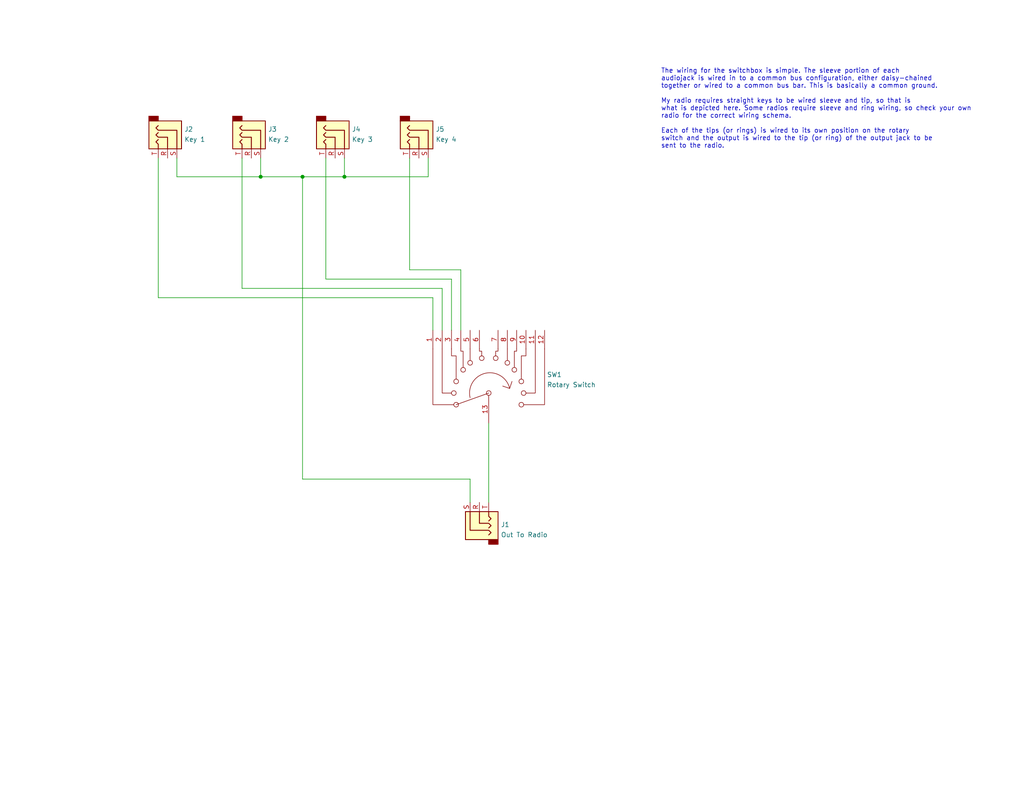
<source format=kicad_sch>
(kicad_sch (version 20211123) (generator eeschema)
  (paper "USLetter")
  (title_block (title "CW Key Switchbox") (date "06 FEB 2022") (company "KG6ECW"))
  (lib_symbols
    (symbol "Connector:AudioJack3"
      (property "Reference" "J" (at 0 8.89 0))
      (property "Value" "AudioJack3" (at 0 6.35 0))
      (symbol "AudioJack3_0_1"
        (rectangle (start -5.08 -5.08) (end -6.35 -2.54) (stroke (width 0.254)) (fill (type outline)))
        (polyline (pts (xy 0 -2.54) (xy 0.635 -3.175) (xy 1.27 -2.54) (xy 2.54 -2.54)) (stroke (width 0.254)))
        (polyline (pts (xy -1.905 -2.54) (xy -1.27 -3.175) (xy -0.635 -2.54) (xy -0.635 0) (xy 2.54 0)) (stroke (width 0.254)))
        (polyline (pts (xy 2.54 2.54) (xy -2.54 2.54) (xy -2.54 -2.54) (xy -3.175 -3.175) (xy -3.81 -2.54)) (stroke (width 0.254)))
        (rectangle (start 2.54 3.81) (end -5.08 -5.08) (stroke (width 0.254)) (fill (type background)))
      )
      (symbol "AudioJack3_1_1"
        (pin passive line (at 5.08 0 180) (length 2.54) (name "~") (number "R"))
        (pin passive line (at 5.08 2.54 180) (length 2.54) (name "~") (number "S"))
        (pin passive line (at 5.08 -2.54 180) (length 2.54) (name "~") (number "T"))
      )
    )
    (symbol "Switch:SW_Rotary12" (pin_names (offset 1.016) hide)
      (property "Reference" "SW" (at 0 17.78 0))
      (property "Value" "SW_Rotary12" (at 0 -17.78 0))
      (symbol "SW_Rotary12_0_0"
        (circle (center -10.16 -8.89) (radius 0.635))
        (circle (center -10.16 8.89) (radius 0.635))
        (circle (center -6.985 -9.525) (radius 0.635))
        (circle (center -6.985 0) (radius 0.635))
        (circle (center -6.985 9.525) (radius 0.635))
        (arc (start -5.715 -5.715) (mid -1.6023 0.949) (end -8.255 5.08))
        (circle (center -3.81 -8.89) (radius 0.635))
        (circle (center -3.81 8.89) (radius 0.635))
        (circle (center -0.635 -6.985) (radius 0.635))
        (circle (center -0.635 6.985) (radius 0.635))
        (polyline (pts (xy -6.985 0) (xy -10.16 8.89)))
        (polyline (pts (xy -5.715 -5.715) (xy -5.08 -3.81)))
        (polyline (pts (xy -5.715 -5.715) (xy -3.81 -6.35)))
        (polyline (pts (xy 1.905 -5.08) (xy 5.08 -5.08)))
        (polyline (pts (xy 1.905 5.08) (xy 5.08 5.08)))
        (polyline (pts (xy -10.16 -9.525) (xy -10.16 -15.24) (xy 5.08 -15.24)))
        (polyline (pts (xy -10.16 9.525) (xy -10.16 15.24) (xy 5.08 15.24)))
        (polyline (pts (xy -6.985 -10.16) (xy -6.985 -12.7) (xy 5.08 -12.7)))
        (polyline (pts (xy -6.985 10.16) (xy -6.985 12.7) (xy 5.08 12.7)))
        (polyline (pts (xy -3.175 -8.89) (xy 3.175 -8.89) (xy 3.175 -10.16) (xy 5.08 -10.16)))
        (polyline (pts (xy -3.175 8.89) (xy 3.175 8.89) (xy 3.175 10.16) (xy 5.08 10.16)))
        (polyline (pts (xy 0 -6.985) (xy 4.445 -6.985) (xy 4.445 -7.62) (xy 5.08 -7.62)))
        (polyline (pts (xy 0 6.985) (xy 4.445 6.985) (xy 4.445 7.62) (xy 5.08 7.62)))
        (polyline (pts (xy 3.175 -1.905) (xy 4.445 -1.905) (xy 4.445 -2.54) (xy 5.08 -2.54)))
        (polyline (pts (xy 3.175 1.905) (xy 4.445 1.905) (xy 4.445 2.54) (xy 5.08 2.54)))
        (circle (center 1.27 -5.08) (radius 0.635))
        (circle (center 1.27 5.08) (radius 0.635))
        (circle (center 2.54 -1.905) (radius 0.635))
        (circle (center 2.54 1.905) (radius 0.635))
      )
      (symbol "SW_Rotary12_0_1"
        (pin passive line (at 10.16 15.24 180) (length 5.08) (name "1") (number "1"))
        (pin passive line (at 10.16 -10.16 180) (length 5.08) (name "10") (number "10"))
        (pin passive line (at 10.16 -12.7 180) (length 5.08) (name "11") (number "11"))
        (pin passive line (at 10.16 -15.24 180) (length 5.08) (name "12") (number "12"))
        (pin passive line (at -15.24 0 0) (length 7.62) (name "13") (number "13"))
        (pin passive line (at 10.16 12.7 180) (length 5.08) (name "2") (number "2"))
        (pin passive line (at 10.16 10.16 180) (length 5.08) (name "3") (number "3"))
        (pin passive line (at 10.16 7.62 180) (length 5.08) (name "4") (number "4"))
        (pin passive line (at 10.16 5.08 180) (length 5.08) (name "5") (number "5"))
        (pin passive line (at 10.16 2.54 180) (length 5.08) (name "6") (number "6"))
        (pin passive line (at 10.16 -2.54 180) (length 5.08) (name "7") (number "7"))
        (pin passive line (at 10.16 -5.08 180) (length 5.08) (name "8") (number "8"))
        (pin passive line (at 10.16 -7.62 180) (length 5.08) (name "9") (number "9"))
      )
    )
  )
  (junction (at 82.55 48.26))
  (junction (at 93.98 48.26))
  (junction (at 71.12 48.26))
  (wire (pts (xy 111.76 43.18) (xy 111.76 73.66)))
  (wire (pts (xy 66.04 43.18) (xy 66.04 78.74)))
  (wire (pts (xy 71.12 43.18) (xy 71.12 48.26)))
  (wire (pts (xy 82.55 130.81) (xy 128.27 130.81)))
  (wire (pts (xy 123.19 76.2) (xy 123.19 90.17)))
  (wire (pts (xy 43.18 81.28) (xy 118.11 81.28)))
  (wire (pts (xy 118.11 81.28) (xy 118.11 90.17)))
  (wire (pts (xy 133.35 115.57) (xy 133.35 137.16)))
  (wire (pts (xy 93.98 43.18) (xy 93.98 48.26)))
  (wire (pts (xy 111.76 73.66) (xy 125.73 73.66)))
  (wire (pts (xy 43.18 43.18) (xy 43.18 81.28)))
  (wire (pts (xy 88.9 76.2) (xy 123.19 76.2)))
  (wire (pts (xy 82.55 48.26) (xy 93.98 48.26)))
  (wire (pts (xy 82.55 48.26) (xy 82.55 130.81)))
  (wire (pts (xy 93.98 48.26) (xy 116.84 48.26)))
  (wire (pts (xy 125.73 73.66) (xy 125.73 90.17)))
  (wire (pts (xy 48.26 48.26) (xy 71.12 48.26)))
  (wire (pts (xy 71.12 48.26) (xy 82.55 48.26)))
  (wire (pts (xy 128.27 130.81) (xy 128.27 137.16)))
  (wire (pts (xy 66.04 78.74) (xy 120.65 78.74)))
  (wire (pts (xy 120.65 78.74) (xy 120.65 90.17)))
  (wire (pts (xy 88.9 43.18) (xy 88.9 76.2)))
  (wire (pts (xy 48.26 43.18) (xy 48.26 48.26)))
  (wire (pts (xy 116.84 48.26) (xy 116.84 43.18)))
  (text "The wiring for the switchbox is simple. The sleeve portion of each\naudiojack is wired in to a common bus configuration, either daisy-chained\ntogether or wired to a common bus bar. This is basically a common ground.\n\nMy radio requires straight keys to be wired sleeve and tip, so that is\nwhat is depicted here. Some radios require sleeve and ring wiring, so check your own\nradio for the correct wiring schema.\n\nEach of the tips (or rings) is wired to its own position on the rotary\nswitch and the output is wired to the tip (or ring) of the output jack to be\nsent to the radio." (at 180.34 40.64 0) (effects (font (size 1.27 1.27)) (justify left bottom)))
  (symbol (lib_id "Connector:AudioJack3") (at 91.44 38.1 270) (unit 1)
    (property "Reference" "J4" (at 96.012 35.2865 90) (effects (justify left)))
    (property "Value" "Key 3" (at 96.012 38.0616 90) (effects (justify left)))
  )
  (symbol (lib_id "Connector:AudioJack3") (at 114.3 38.1 270) (unit 1)
    (property "Reference" "J5" (at 118.872 35.2865 90) (effects (justify left)))
    (property "Value" "Key 4" (at 118.872 38.0616 90) (effects (justify left)))
  )
  (symbol (lib_id "Connector:AudioJack3") (at 130.81 142.24 90) (unit 1)
    (property "Reference" "J1" (at 136.652 143.2365 90) (effects (justify right)))
    (property "Value" "Out To Radio" (at 136.652 146.0116 90) (effects (justify right)))
  )
  (symbol (lib_id "Connector:AudioJack3") (at 68.58 38.1 270) (unit 1)
    (property "Reference" "J3" (at 73.152 35.2865 90) (effects (justify left)))
    (property "Value" "Key 2" (at 73.152 38.0616 90) (effects (justify left)))
  )
  (symbol (lib_id "Switch:SW_Rotary12") (at 133.35 100.33 90) (unit 1)
    (property "Reference" "SW1" (at 149.225 102.279 90) (effects (justify right)))
    (property "Value" "Rotary Switch" (at 149.225 105.0541 90) (effects (justify right)))
    (property "Datasheet" "http://cdn-reichelt.de/documents/datenblatt/C200/DS-Serie%23LOR.pdf" (effects hide))
  )
  (symbol (lib_id "Connector:AudioJack3") (at 45.72 38.1 270) (unit 1)
    (property "Reference" "J2" (at 50.292 35.2865 90) (effects (justify left)))
    (property "Value" "Key 1" (at 50.292 38.0616 90) (effects (justify left)))
  )
)
</source>
